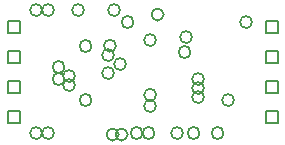
<source format=gbr>
%TF.GenerationSoftware,Altium Limited,Altium Designer,19.1.7 (138)*%
G04 Layer_Color=2752767*
%FSLAX26Y26*%
%MOIN*%
%TF.FileFunction,Drawing*%
%TF.Part,Single*%
G01*
G75*
%TA.AperFunction,NonConductor*%
%ADD68C,0.005000*%
%ADD69C,0.006667*%
D68*
X1050000Y1155000D02*
Y1195000D01*
X1090000D01*
Y1155000D01*
X1050000D01*
X1910000Y1055000D02*
Y1095000D01*
X1950000D01*
Y1055000D01*
X1910000D01*
Y1155000D02*
Y1195000D01*
X1950000D01*
Y1155000D01*
X1910000D01*
Y1255000D02*
Y1295000D01*
X1950000D01*
Y1255000D01*
X1910000D01*
Y1355000D02*
Y1395000D01*
X1950000D01*
Y1355000D01*
X1910000D01*
X1050000Y1055000D02*
Y1095000D01*
X1090000D01*
Y1055000D01*
X1050000D01*
Y1255000D02*
Y1295000D01*
X1090000D01*
Y1255000D01*
X1050000D01*
Y1355000D02*
Y1395000D01*
X1090000D01*
Y1355000D01*
X1050000D01*
D69*
X1411063Y1311063D02*
G03*
X1411063Y1311063I-20000J0D01*
G01*
X1330000Y1310000D02*
G03*
X1330000Y1310000I-20000J0D01*
G01*
Y1130000D02*
G03*
X1330000Y1130000I-20000J0D01*
G01*
X1545250Y1147323D02*
G03*
X1545250Y1147323I-20000J0D01*
G01*
X1545000Y1110000D02*
G03*
X1545000Y1110000I-20000J0D01*
G01*
X1865000Y1390000D02*
G03*
X1865000Y1390000I-20000J0D01*
G01*
X1665000Y1340000D02*
G03*
X1665000Y1340000I-20000J0D01*
G01*
X1660000Y1290000D02*
G03*
X1660000Y1290000I-20000J0D01*
G01*
X1570000Y1415000D02*
G03*
X1570000Y1415000I-20000J0D01*
G01*
X1470000Y1390000D02*
G03*
X1470000Y1390000I-20000J0D01*
G01*
X1425000Y1430000D02*
G03*
X1425000Y1430000I-20000J0D01*
G01*
X1205000D02*
G03*
X1205000Y1430000I-20000J0D01*
G01*
X1165000D02*
G03*
X1165000Y1430000I-20000J0D01*
G01*
Y1020000D02*
G03*
X1165000Y1020000I-20000J0D01*
G01*
X1205000D02*
G03*
X1205000Y1020000I-20000J0D01*
G01*
X1500000D02*
G03*
X1500000Y1020000I-20000J0D01*
G01*
X1540000D02*
G03*
X1540000Y1020000I-20000J0D01*
G01*
X1635000D02*
G03*
X1635000Y1020000I-20000J0D01*
G01*
X1690000D02*
G03*
X1690000Y1020000I-20000J0D01*
G01*
X1770000D02*
G03*
X1770000Y1020000I-20000J0D01*
G01*
X1805000Y1130000D02*
G03*
X1805000Y1130000I-20000J0D01*
G01*
X1705000Y1200000D02*
G03*
X1705000Y1200000I-20000J0D01*
G01*
Y1170000D02*
G03*
X1705000Y1170000I-20000J0D01*
G01*
Y1140000D02*
G03*
X1705000Y1140000I-20000J0D01*
G01*
X1305000Y1430000D02*
G03*
X1305000Y1430000I-20000J0D01*
G01*
X1275000Y1180000D02*
G03*
X1275000Y1180000I-20000J0D01*
G01*
Y1210000D02*
G03*
X1275000Y1210000I-20000J0D01*
G01*
X1450000Y1015000D02*
G03*
X1450000Y1015000I-20000J0D01*
G01*
X1420000D02*
G03*
X1420000Y1015000I-20000J0D01*
G01*
X1240000Y1200000D02*
G03*
X1240000Y1200000I-20000J0D01*
G01*
Y1240000D02*
G03*
X1240000Y1240000I-20000J0D01*
G01*
X1405000Y1220000D02*
G03*
X1405000Y1220000I-20000J0D01*
G01*
X1445000Y1250000D02*
G03*
X1445000Y1250000I-20000J0D01*
G01*
X1405000Y1280000D02*
G03*
X1405000Y1280000I-20000J0D01*
G01*
X1545000Y1330000D02*
G03*
X1545000Y1330000I-20000J0D01*
G01*
%TF.MD5,8be9e954838d25130646082a2586cc6e*%
M02*

</source>
